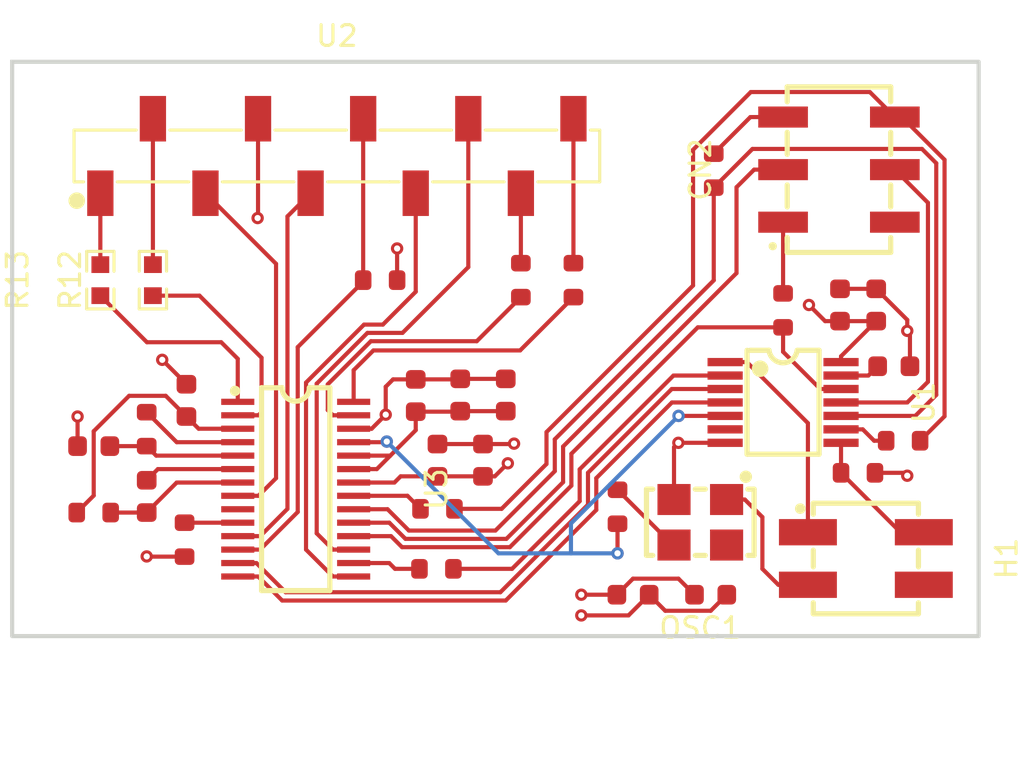
<source format=kicad_pcb>
(kicad_pcb (version 20241229) (generator "pcbnew") (generator_version "9.0")
  (layers (0 "F.Cu" signal) (4 "In1.Cu" signal) (6 "In2.Cu" signal) (2 "B.Cu" signal) (13 "F.Paste" user) (15 "B.Paste" user) (5 "F.SilkS" user "F.Silkscreen") (7 "B.SilkS" user "B.Silkscreen") (1 "F.Mask" user) (3 "B.Mask" user) (25 "Edge.Cuts" user))
  (net 0 "")
  (net 1 "Net-(U1-VREG)")
  (net 2 "/GND")
  (net 3 "Net-(U3-PGAIN)")
  (net 4 "Net-(U3-COMPIN)")
  (net 5 "Net-(U3-LNAOUT)")
  (net 6 "Net-(U3-PGAOUT)")
  (net 7 "Net-(U3-RREF)")
  (net 9 "Net-(U3-TX2)")
  (net 10 "Net-(U3-TX1)")
  (net 11 "Net-(U3-RX2)")
  (net 12 "Net-(U3-RX1)")
  (net 14 "/3.3V")
  (net 15 "/ERRB_TDC1000")
  (net 16 "/ENABLE_TDC1000")
  (net 17 "/RESET_TDC1000")
  (net 18 "/RTD1")
  (net 19 "/INTB_TDC7200")
  (net 20 "/ENABLE_TDC7200")
  (net 21 "/START")
  (net 22 "/STOP")
  (net 23 "/TRIGGER")
  (net 24 "/CLOCK")
  (net 25 "/CHSEL_TDC7200")
  (net 26 "/MISO")
  (net 27 "/MOSI")
  (net 28 "/SCLK")
  (net 29 "/CHSEL_TDC1000")
  (net 30 "Net-(U1-DOUT)")
  (net 31 "Net-(U3-SDO)")
  (net 32 "Net-(U1-TRIGG)")
  (net 33 "Net-(U3-VCOM)")
  (net 34 "Net-(OSC1-OUT)")
  (net 35 "/CSB_TDC1000")
  (net 36 "Net-(CN2-Pad1)")
  (net 37 "Net-(CN2-Pad3)")
  (net 39 "/EN_OSC")
  (net 40 "/TX2")
  (net 41 "/TX1")
  (net 42 "/RX1")
  (net 43 "/RX2")
  (footprint "PCM_JLCPCB:R_0603" (layer "F.Cu") (at 174.37 85.11)
    (property "Reference" "R10" (hide yes))
    (property "Value" "10kΩ")
    (pad "1" smd roundrect (at -0.82 0) (size 0.8 0.95) (layers "F.Cu" "F.Mask" "F.Paste") (net 19 "/INTB_TDC7200"))
    (pad "2" smd roundrect (at 0.82 0) (size 0.8 0.95) (layers "F.Cu" "F.Mask" "F.Paste") (net 14 "/3.3V"))
  )
  (footprint "PCM_JLCPCB:R_0603" (layer "F.Cu") (at 141.83 88.34 -90)
    (property "Reference" "R4" (hide yes))
    (property "Value" "510Ω")
    (pad "1" smd roundrect (at -0.82 0 270) (size 0.8 0.95) (layers "F.Cu" "F.Mask" "F.Paste") (net 7 "Net-(U3-RREF)"))
    (pad "2" smd roundrect (at 0.82 0 270) (size 0.8 0.95) (layers "F.Cu" "F.Mask" "F.Paste") (net 2 "/GND"))
  )
  (footprint "easyeda2kicad:HDR-SMD_10P-P2.54-V-M-LS4.8_R2" (layer "F.Cu") (at 149.19 69.8)
    (property "Reference" "U2" (at 0 -5.8 0) (layer "F.SilkS"))
    (property "Value" "X6511WVS-10H-C60D48R2")
    (fp_line (start -12.7 -1.25) (end -12.7 1.25) (stroke (width 0.15)) (layer "F.SilkS"))
    (fp_line (start -12.7 1.25) (end -12.24 1.25) (stroke (width 0.15)) (layer "F.SilkS"))
    (fp_line (start -10.61 1.25) (end -7.16 1.25) (stroke (width 0.15)) (layer "F.SilkS"))
    (fp_line (start -9.7 -1.25) (end -12.7 -1.25) (stroke (width 0.15)) (layer "F.SilkS"))
    (fp_line (start -5.53 1.25) (end -2.08 1.25) (stroke (width 0.15)) (layer "F.SilkS"))
    (fp_line (start -4.62 -1.25) (end -8.07 -1.25) (stroke (width 0.15)) (layer "F.SilkS"))
    (fp_line (start -0.45 1.25) (end 2.54 1.25) (stroke (width 0.15)) (layer "F.SilkS"))
    (fp_line (start 0.46 -1.25) (end -2.99 -1.25) (stroke (width 0.15)) (layer "F.SilkS"))
    (fp_line (start 2.54 1.25) (end 3 1.25) (stroke (width 0.15)) (layer "F.SilkS"))
    (fp_line (start 4.63 1.25) (end 8.08 1.25) (stroke (width 0.15)) (layer "F.SilkS"))
    (fp_line (start 5.54 -1.25) (end 2.09 -1.25) (stroke (width 0.15)) (layer "F.SilkS"))
    (fp_line (start 9.71 1.25) (end 12.7 1.25) (stroke (width 0.15)) (layer "F.SilkS"))
    (fp_line (start 10.62 -1.25) (end 7.17 -1.25) (stroke (width 0.15)) (layer "F.SilkS"))
    (fp_line (start 12.7 -1.25) (end 12.25 -1.25) (stroke (width 0.15)) (layer "F.SilkS"))
    (fp_line (start 12.7 -1.25) (end 12.7 1.25) (stroke (width 0.15)) (layer "F.SilkS"))
    (fp_circle (center -12.57 2.16) (end -12.37 2.16) (stroke (width 0.4)) (fill no) (layer "F.SilkS"))
    (pad "1" smd rect (at -11.43 1.8 180) (size 1.27 2.2) (layers "F.Cu" "F.Mask" "F.Paste") (net 42 "/RX1"))
    (pad "2" smd rect (at -8.89 -1.8 180) (size 1.27 2.2) (layers "F.Cu" "F.Mask" "F.Paste") (net 43 "/RX2"))
    (pad "3" smd rect (at -6.35 1.8 180) (size 1.27 2.2) (layers "F.Cu" "F.Mask" "F.Paste") (net 18 "/RTD1"))
    (pad "4" smd rect (at -3.81 -1.8 180) (size 1.27 2.2) (layers "F.Cu" "F.Mask" "F.Paste") (net 2 "/GND"))
    (pad "5" smd rect (at -1.27 1.8 180) (size 1.27 2.2) (layers "F.Cu" "F.Mask" "F.Paste") (net 29 "/CHSEL_TDC1000"))
    (pad "6" smd rect (at 1.27 -1.8 180) (size 1.27 2.2) (layers "F.Cu" "F.Mask" "F.Paste") (net 15 "/ERRB_TDC1000"))
    (pad "7" smd rect (at 3.81 1.8 180) (size 1.27 2.2) (layers "F.Cu" "F.Mask" "F.Paste") (net 16 "/ENABLE_TDC1000"))
    (pad "8" smd rect (at 6.35 -1.8 180) (size 1.27 2.2) (layers "F.Cu" "F.Mask" "F.Paste") (net 17 "/RESET_TDC1000"))
    (pad "9" smd rect (at 8.89 1.8 180) (size 1.27 2.2) (layers "F.Cu" "F.Mask" "F.Paste") (net 40 "/TX2"))
    (pad "10" smd rect (at 11.43 -1.8 180) (size 1.27 2.2) (layers "F.Cu" "F.Mask" "F.Paste") (net 41 "/TX1"))
  )
  (footprint "PCM_JLCPCB:C_0603" (layer "F.Cu") (at 163.5 91)
    (property "Reference" "C10" (hide yes))
    (property "Value" "10nF")
    (pad "1" smd roundrect (at -0.78 0) (size 0.9 0.95) (layers "F.Cu" "F.Mask" "F.Paste") (net 2 "/GND"))
    (pad "2" smd roundrect (at 0.78 0) (size 0.9 0.95) (layers "F.Cu" "F.Mask" "F.Paste") (net 14 "/3.3V"))
  )
  (footprint "PCM_JLCPCB:R_0603" (layer "F.Cu") (at 158.08 75.8 -90)
    (property "Reference" "R2" (hide yes))
    (property "Value" "10Ω")
    (pad "1" smd roundrect (at -0.82 0 270) (size 0.8 0.95) (layers "F.Cu" "F.Mask" "F.Paste") (net 40 "/TX2"))
    (pad "2" smd roundrect (at 0.82 0 270) (size 0.8 0.95) (layers "F.Cu" "F.Mask" "F.Paste") (net 9 "Net-(U3-TX2)"))
  )
  (footprint "PCM_JLCPCB:R_0603" (layer "F.Cu") (at 167.4 70.51 90)
    (property "Reference" "R6" (hide yes))
    (property "Value" "33Ω")
    (pad "1" smd roundrect (at -0.82 0 90) (size 0.8 0.95) (layers "F.Cu" "F.Mask" "F.Paste") (net 27 "/MOSI"))
    (pad "2" smd roundrect (at 0.82 0 90) (size 0.8 0.95) (layers "F.Cu" "F.Mask" "F.Paste") (net 37 "Net-(CN2-Pad3)"))
  )
  (footprint "PCM_JLCPCB:R_0603" (layer "F.Cu") (at 160.62 75.8 -90)
    (property "Reference" "R16" (hide yes))
    (property "Value" "10Ω")
    (pad "1" smd roundrect (at -0.82 0 270) (size 0.8 0.95) (layers "F.Cu" "F.Mask" "F.Paste") (net 41 "/TX1"))
    (pad "2" smd roundrect (at 0.82 0 270) (size 0.8 0.95) (layers "F.Cu" "F.Mask" "F.Paste") (net 10 "Net-(U3-TX1)"))
  )
  (footprint "easyeda2kicad:HDR-SMD_6P-P2.54-V-F-R2-C3-LS7.0" (layer "F.Cu") (at 173.45 70.46 90)
    (property "Reference" "CN2" (at 0 -6.7 90) (layer "F.SilkS"))
    (property "Value" "PM254-2-03-S-8.5")
    (fp_line (start 4 -2.5) (end 3.28 -2.5) (stroke (width 0.25)) (layer "F.SilkS"))
    (fp_line (start 1.8 -2.5) (end 0.74 -2.5) (stroke (width 0.25)) (layer "F.SilkS"))
    (fp_line (start -0.74 -2.5) (end -1.8 -2.5) (stroke (width 0.25)) (layer "F.SilkS"))
    (fp_line (start -3.28 -2.5) (end -3.5 -2.5) (stroke (width 0.25)) (layer "F.SilkS"))
    (fp_line (start -3.3 -2.5) (end -4 -2.5) (stroke (width 0.25)) (layer "F.SilkS"))
    (fp_line (start -4 -2.5) (end -4 2.5) (stroke (width 0.25)) (layer "F.SilkS"))
    (fp_line (start 4 2.5) (end 4 -2.5) (stroke (width 0.25)) (layer "F.SilkS"))
    (fp_line (start 3.28 2.5) (end 4 2.5) (stroke (width 0.25)) (layer "F.SilkS"))
    (fp_line (start 0.74 2.5) (end 1.8 2.5) (stroke (width 0.25)) (layer "F.SilkS"))
    (fp_line (start -1.8 2.5) (end -0.74 2.5) (stroke (width 0.25)) (layer "F.SilkS"))
    (fp_line (start -4 2.5) (end -3.28 2.5) (stroke (width 0.25)) (layer "F.SilkS"))
    (fp_circle (center -3.7 -3.2) (end -3.6 -3.2) (stroke (width 0.2)) (fill no) (layer "F.SilkS"))
    (pad "1" smd rect (at -2.54 -2.7 90) (size 1.02 2.4) (layers "F.Cu" "F.Mask" "F.Paste") (net 36 "Net-(CN2-Pad1)"))
    (pad "2" smd rect (at 0 -2.7 90) (size 1.02 2.4) (layers "F.Cu" "F.Mask" "F.Paste") (net 35 "/CSB_TDC1000"))
    (pad "3" smd rect (at 2.54 -2.7 90) (size 1.02 2.4) (layers "F.Cu" "F.Mask" "F.Paste") (net 37 "Net-(CN2-Pad3)"))
    (pad "4" smd rect (at 2.54 2.7 90) (size 1.02 2.4) (layers "F.Cu" "F.Mask" "F.Paste") (net 26 "/MISO"))
    (pad "5" smd rect (at 0 2.7 90) (size 1.02 2.4) (layers "F.Cu" "F.Mask" "F.Paste") (net 25 "/CHSEL_TDC7200"))
    (pad "6" smd rect (at -2.54 2.7 90) (size 1.02 2.4) (layers "F.Cu" "F.Mask" "F.Paste"))
  )
  (footprint "easyeda2kicad:R0603" (layer "F.Cu") (at 137.76 75.8 90)
    (property "Reference" "R13" (at 0 -4 90) (layer "F.SilkS"))
    (property "Value" "0603WAF9100T5E")
    (fp_line (start 1.39 -0.66) (end 0.43 -0.66) (stroke (width 0.15)) (layer "F.SilkS"))
    (fp_line (start -1.39 -0.66) (end -0.43 -0.66) (stroke (width 0.15)) (layer "F.SilkS"))
    (fp_line (start 1.39 0.66) (end 1.39 -0.66) (stroke (width 0.15)) (layer "F.SilkS"))
    (fp_line (start 0.43 0.66) (end 1.39 0.66) (stroke (width 0.15)) (layer "F.SilkS"))
    (fp_line (start -0.43 0.66) (end -1.39 0.66) (stroke (width 0.15)) (layer "F.SilkS"))
    (fp_line (start -1.39 0.66) (end -1.39 -0.66) (stroke (width 0.15)) (layer "F.SilkS"))
    (pad "1" smd rect (at -0.75 0 90) (size 0.81 0.86) (layers "F.Cu" "F.Mask" "F.Paste") (net 12 "Net-(U3-RX1)"))
    (pad "2" smd rect (at 0.75 0 90) (size 0.81 0.86) (layers "F.Cu" "F.Mask" "F.Paste") (net 42 "/RX1"))
  )
  (footprint "easyeda2kicad:R0603" (layer "F.Cu") (at 140.3 75.8 90)
    (property "Reference" "R12" (at 0 -4 90) (layer "F.SilkS"))
    (property "Value" "0603WAF9100T5E")
    (fp_line (start 1.39 -0.66) (end 0.43 -0.66) (stroke (width 0.15)) (layer "F.SilkS"))
    (fp_line (start -1.39 -0.66) (end -0.43 -0.66) (stroke (width 0.15)) (layer "F.SilkS"))
    (fp_line (start 1.39 0.66) (end 1.39 -0.66) (stroke (width 0.15)) (layer "F.SilkS"))
    (fp_line (start 0.43 0.66) (end 1.39 0.66) (stroke (width 0.15)) (layer "F.SilkS"))
    (fp_line (start -0.43 0.66) (end -1.39 0.66) (stroke (width 0.15)) (layer "F.SilkS"))
    (fp_line (start -1.39 0.66) (end -1.39 -0.66) (stroke (width 0.15)) (layer "F.SilkS"))
    (pad "1" smd rect (at -0.75 0 90) (size 0.81 0.86) (layers "F.Cu" "F.Mask" "F.Paste") (net 11 "Net-(U3-RX2)"))
    (pad "2" smd rect (at 0.75 0 90) (size 0.81 0.86) (layers "F.Cu" "F.Mask" "F.Paste") (net 43 "/RX2"))
  )
  (footprint "PCM_JLCPCB:R_0603" (layer "F.Cu") (at 137.44 87.03)
    (property "Reference" "R15" (hide yes))
    (property "Value" "5.1kΩ")
    (pad "1" smd roundrect (at -0.82 0) (size 0.8 0.95) (layers "F.Cu" "F.Mask" "F.Paste") (net 33 "Net-(U3-VCOM)"))
    (pad "2" smd roundrect (at 0.82 0) (size 0.8 0.95) (layers "F.Cu" "F.Mask" "F.Paste") (net 4 "Net-(U3-COMPIN)"))
  )
  (footprint "PCM_JLCPCB:R_0603" (layer "F.Cu") (at 170.75 77.26 90)
    (property "Reference" "R7" (hide yes))
    (property "Value" "33Ω")
    (pad "1" smd roundrect (at -0.82 0 90) (size 0.8 0.95) (layers "F.Cu" "F.Mask" "F.Paste") (net 28 "/SCLK"))
    (pad "2" smd roundrect (at 0.82 0 90) (size 0.8 0.95) (layers "F.Cu" "F.Mask" "F.Paste") (net 36 "Net-(CN2-Pad1)"))
  )
  (footprint "PCM_JLCPCB:C_0603" (layer "F.Cu") (at 153 81.375 -90)
    (property "Reference" "C8" (hide yes))
    (property "Value" "10uF")
    (pad "1" smd roundrect (at -0.78 0 270) (size 0.9 0.95) (layers "F.Cu" "F.Mask" "F.Paste") (net 2 "/GND"))
    (pad "2" smd roundrect (at 0.78 0 270) (size 0.9 0.95) (layers "F.Cu" "F.Mask" "F.Paste") (net 14 "/3.3V"))
  )
  (footprint "PCM_JLCPCB:R_0603" (layer "F.Cu") (at 140 83 -90)
    (property "Reference" "R3" (hide yes))
    (property "Value" "1.1kΩ")
    (pad "1" smd roundrect (at -0.82 0 270) (size 0.8 0.95) (layers "F.Cu" "F.Mask" "F.Paste") (net 5 "Net-(U3-LNAOUT)"))
    (pad "2" smd roundrect (at 0.82 0 270) (size 0.8 0.95) (layers "F.Cu" "F.Mask" "F.Paste") (net 3 "Net-(U3-PGAIN)"))
  )
  (footprint "PCM_JLCPCB:C_0603" (layer "F.Cu") (at 175.25 77 -90)
    (property "Reference" "C11" (hide yes))
    (property "Value" "100nF")
    (pad "1" smd roundrect (at -0.78 0 270) (size 0.9 0.95) (layers "F.Cu" "F.Mask" "F.Paste") (net 2 "/GND"))
    (pad "2" smd roundrect (at 0.78 0 270) (size 0.9 0.95) (layers "F.Cu" "F.Mask" "F.Paste") (net 14 "/3.3V"))
  )
  (footprint "PCM_JLCPCB:C_0603" (layer "F.Cu") (at 154.05 84.5 -90)
    (property "Reference" "C1" (hide yes))
    (property "Value" "100nF")
    (pad "1" smd roundrect (at -0.78 0 270) (size 0.9 0.95) (layers "F.Cu" "F.Mask" "F.Paste") (net 2 "/GND"))
    (pad "2" smd roundrect (at 0.78 0 270) (size 0.9 0.95) (layers "F.Cu" "F.Mask" "F.Paste") (net 14 "/3.3V"))
  )
  (footprint "PCM_JLCPCB:R_0603" (layer "F.Cu") (at 154.05 86.85 180)
    (property "Reference" "R5" (hide yes))
    (property "Value" "33Ω")
    (pad "1" smd roundrect (at -0.82 0 180) (size 0.8 0.95) (layers "F.Cu" "F.Mask" "F.Paste") (net 26 "/MISO"))
    (pad "2" smd roundrect (at 0.82 0 180) (size 0.8 0.95) (layers "F.Cu" "F.Mask" "F.Paste") (net 31 "Net-(U3-SDO)"))
  )
  (footprint "PCM_JLCPCB:R_0603" (layer "F.Cu") (at 151.28 75.8)
    (property "Reference" "R14" (hide yes))
    (property "Value" "10kΩ")
    (pad "1" smd roundrect (at -0.82 0) (size 0.8 0.95) (layers "F.Cu" "F.Mask" "F.Paste") (net 15 "/ERRB_TDC1000"))
    (pad "2" smd roundrect (at 0.82 0) (size 0.8 0.95) (layers "F.Cu" "F.Mask" "F.Paste") (net 14 "/3.3V"))
  )
  (footprint "easyeda2kicad:TSSOP-28_L9.8-W6.6-P0.65-BL" (layer "F.Cu") (at 147.2 85.9 -90)
    (property "Reference" "U3" (at 0 -6.8 90) (layer "F.SilkS"))
    (property "Value" "TDC1000PWR")
    (fp_line (start -4.9 1.65) (end 4.9 1.65) (stroke (width 0.25)) (layer "F.SilkS"))
    (fp_line (start -4.9 1.65) (end -4.9 0.66) (stroke (width 0.25)) (layer "F.SilkS"))
    (fp_line (start -4.9 -1.65) (end -4.9 -0.66) (stroke (width 0.25)) (layer "F.SilkS"))
    (fp_line (start -4.9 -1.65) (end 4.9 -1.65) (stroke (width 0.25)) (layer "F.SilkS"))
    (fp_line (start 4.9 -1.65) (end 4.9 1.65) (stroke (width 0.25)) (layer "F.SilkS"))
    (fp_arc (start -4.75 2.93) (mid -4.75 2.93) (end -4.75 2.93) (stroke (width 0.25)) (layer "F.SilkS"))
    (fp_arc (start -4.91 -0.66) (mid -4.25 0) (end -4.91 0.66) (stroke (width 0.25)) (layer "F.SilkS"))
    (pad "1" smd rect (at -4.22 2.8) (size 1.6 0.3) (layers "F.Cu" "F.Mask" "F.Paste") (net 12 "Net-(U3-RX1)"))
    (pad "2" smd rect (at -3.57 2.8) (size 1.6 0.3) (layers "F.Cu" "F.Mask" "F.Paste") (net 11 "Net-(U3-RX2)"))
    (pad "3" smd rect (at -2.92 2.8) (size 1.6 0.3) (layers "F.Cu" "F.Mask" "F.Paste") (net 33 "Net-(U3-VCOM)"))
    (pad "4" smd rect (at -2.27 2.8) (size 1.6 0.3) (layers "F.Cu" "F.Mask" "F.Paste") (net 5 "Net-(U3-LNAOUT)"))
    (pad "5" smd rect (at -1.62 2.8) (size 1.6 0.3) (layers "F.Cu" "F.Mask" "F.Paste") (net 3 "Net-(U3-PGAIN)"))
    (pad "6" smd rect (at -0.97 2.8) (size 1.6 0.3) (layers "F.Cu" "F.Mask" "F.Paste") (net 6 "Net-(U3-PGAOUT)"))
    (pad "7" smd rect (at -0.32 2.8) (size 1.6 0.3) (layers "F.Cu" "F.Mask" "F.Paste") (net 4 "Net-(U3-COMPIN)"))
    (pad "8" smd rect (at 0.32 2.8) (size 1.6 0.3) (layers "F.Cu" "F.Mask" "F.Paste") (net 18 "/RTD1"))
    (pad "9" smd rect (at 0.97 2.8) (size 1.6 0.3) (layers "F.Cu" "F.Mask" "F.Paste"))
    (pad "10" smd rect (at 1.62 2.8) (size 1.6 0.3) (layers "F.Cu" "F.Mask" "F.Paste") (net 7 "Net-(U3-RREF)"))
    (pad "11" smd rect (at 2.27 2.8) (size 1.6 0.3) (layers "F.Cu" "F.Mask" "F.Paste") (net 29 "/CHSEL_TDC1000"))
    (pad "12" smd rect (at 2.92 2.8) (size 1.6 0.3) (layers "F.Cu" "F.Mask" "F.Paste") (net 15 "/ERRB_TDC1000"))
    (pad "13" smd rect (at 3.57 2.8) (size 1.6 0.3) (layers "F.Cu" "F.Mask" "F.Paste") (net 21 "/START"))
    (pad "14" smd rect (at 4.22 2.8) (size 1.6 0.3) (layers "F.Cu" "F.Mask" "F.Paste") (net 22 "/STOP"))
    (pad "15" smd rect (at 4.22 -2.8) (size 1.6 0.3) (layers "F.Cu" "F.Mask" "F.Paste") (net 16 "/ENABLE_TDC1000"))
    (pad "16" smd rect (at 3.57 -2.8) (size 1.6 0.3) (layers "F.Cu" "F.Mask" "F.Paste") (net 23 "/TRIGGER"))
    (pad "17" smd rect (at 2.92 -2.8) (size 1.6 0.3) (layers "F.Cu" "F.Mask" "F.Paste") (net 17 "/RESET_TDC1000"))
    (pad "18" smd rect (at 2.27 -2.8) (size 1.6 0.3) (layers "F.Cu" "F.Mask" "F.Paste") (net 28 "/SCLK"))
    (pad "19" smd rect (at 1.62 -2.8) (size 1.6 0.3) (layers "F.Cu" "F.Mask" "F.Paste") (net 35 "/CSB_TDC1000"))
    (pad "20" smd rect (at 0.97 -2.8) (size 1.6 0.3) (layers "F.Cu" "F.Mask" "F.Paste") (net 27 "/MOSI"))
    (pad "21" smd rect (at 0.32 -2.8) (size 1.6 0.3) (layers "F.Cu" "F.Mask" "F.Paste") (net 31 "Net-(U3-SDO)"))
    (pad "22" smd rect (at -0.32 -2.8) (size 1.6 0.3) (layers "F.Cu" "F.Mask" "F.Paste") (net 14 "/3.3V"))
    (pad "23" smd rect (at -0.97 -2.8) (size 1.6 0.3) (layers "F.Cu" "F.Mask" "F.Paste") (net 14 "/3.3V"))
    (pad "24" smd rect (at -1.62 -2.8) (size 1.6 0.3) (layers "F.Cu" "F.Mask" "F.Paste") (net 14 "/3.3V"))
    (pad "25" smd rect (at -2.27 -2.8) (size 1.6 0.3) (layers "F.Cu" "F.Mask" "F.Paste") (net 24 "/CLOCK"))
    (pad "26" smd rect (at -2.92 -2.8) (size 1.6 0.3) (layers "F.Cu" "F.Mask" "F.Paste") (net 2 "/GND"))
    (pad "27" smd rect (at -3.57 -2.8) (size 1.6 0.3) (layers "F.Cu" "F.Mask" "F.Paste") (net 9 "Net-(U3-TX2)"))
    (pad "28" smd rect (at -4.22 -2.8) (size 1.6 0.3) (layers "F.Cu" "F.Mask" "F.Paste") (net 10 "Net-(U3-TX1)"))
  )
  (footprint "PCM_JLCPCB:C_0603" (layer "F.Cu") (at 157.35 81.35 -90)
    (property "Reference" "C2" (hide yes))
    (property "Value" "10nF")
    (pad "1" smd roundrect (at -0.78 0 270) (size 0.9 0.95) (layers "F.Cu" "F.Mask" "F.Paste") (net 2 "/GND"))
    (pad "2" smd roundrect (at 0.78 0 270) (size 0.9 0.95) (layers "F.Cu" "F.Mask" "F.Paste") (net 14 "/3.3V"))
  )
  (footprint "PCM_JLCPCB:R_0603" (layer "F.Cu") (at 176.55 83.56)
    (property "Reference" "R1" (hide yes))
    (property "Value" "33Ω")
    (pad "1" smd roundrect (at -0.82 0) (size 0.8 0.95) (layers "F.Cu" "F.Mask" "F.Paste") (net 30 "Net-(U1-DOUT)"))
    (pad "2" smd roundrect (at 0.82 0) (size 0.8 0.95) (layers "F.Cu" "F.Mask" "F.Paste") (net 26 "/MISO"))
  )
  (footprint "easyeda2kicad:HDR-SMD_4P-P2.54-V-M-R2-C5-S7.4" (layer "F.Cu") (at 174.75 89.25 -90)
    (property "Reference" "H1" (at 0 -6.8 90) (layer "F.SilkS"))
    (property "Value" "X6521WVS-2*02H-C60D74")
    (fp_line (start -2.67 2.54) (end -2.14 2.54) (stroke (width 0.25)) (layer "F.SilkS"))
    (fp_line (start -0.4 2.54) (end 0.4 2.54) (stroke (width 0.25)) (layer "F.SilkS"))
    (fp_line (start 2.67 2.54) (end 2.14 2.54) (stroke (width 0.25)) (layer "F.SilkS"))
    (fp_line (start -2.67 -2.54) (end -2.67 2.54) (stroke (width 0.25)) (layer "F.SilkS"))
    (fp_line (start -2.67 -2.54) (end -2.14 -2.54) (stroke (width 0.25)) (layer "F.SilkS"))
    (fp_line (start -0.4 -2.54) (end 0.4 -2.54) (stroke (width 0.25)) (layer "F.SilkS"))
    (fp_line (start 2.14 -2.54) (end 2.67 -2.54) (stroke (width 0.25)) (layer "F.SilkS"))
    (fp_line (start 2.67 -2.54) (end 2.67 2.54) (stroke (width 0.25)) (layer "F.SilkS"))
    (fp_circle (center -2.41 3.17) (end -2.28 3.17) (stroke (width 0.25)) (fill no) (layer "F.SilkS"))
    (pad "1" smd rect (at -1.27 2.8 270) (size 1.27 2.8) (layers "F.Cu" "F.Mask" "F.Paste") (net 20 "/ENABLE_TDC7200"))
    (pad "2" smd rect (at -1.27 -2.8 270) (size 1.27 2.8) (layers "F.Cu" "F.Mask" "F.Paste") (net 19 "/INTB_TDC7200"))
    (pad "3" smd rect (at 1.27 2.8 270) (size 1.27 2.8) (layers "F.Cu" "F.Mask" "F.Paste") (net 39 "/EN_OSC"))
    (pad "4" smd rect (at 1.27 -2.8 270) (size 1.27 2.8) (layers "F.Cu" "F.Mask" "F.Paste"))
  )
  (footprint "PCM_JLCPCB:R_0603" (layer "F.Cu") (at 162.75 86.75 -90)
    (property "Reference" "R17" (hide yes))
    (property "Value" "33Ω")
    (pad "1" smd roundrect (at -0.82 0 270) (size 0.8 0.95) (layers "F.Cu" "F.Mask" "F.Paste") (net 34 "Net-(OSC1-OUT)"))
    (pad "2" smd roundrect (at 0.82 0 270) (size 0.8 0.95) (layers "F.Cu" "F.Mask" "F.Paste") (net 24 "/CLOCK"))
  )
  (footprint "easyeda2kicad:OSC-SMD_4P-L5.0-W3.2-BL_7CZ-XXXXX" (layer "F.Cu") (at 166.75 87.5 180)
    (property "Reference" "OSC1" (at 0 -5.1 0) (layer "F.SilkS"))
    (property "Value" "OT1EL89CJI-111YLC-16M")
    (fp_line (start 2.6 1.6) (end 2.3 1.6) (stroke (width 0.25)) (layer "F.SilkS"))
    (fp_line (start 2.6 -1.6) (end 2.6 1.6) (stroke (width 0.25)) (layer "F.SilkS"))
    (fp_line (start 2.3 -1.6) (end 2.6 -1.6) (stroke (width 0.25)) (layer "F.SilkS"))
    (fp_line (start 0.24 1.6) (end -0.24 1.6) (stroke (width 0.25)) (layer "F.SilkS"))
    (fp_line (start -0.24 -1.6) (end 0.24 -1.6) (stroke (width 0.25)) (layer "F.SilkS"))
    (fp_line (start -2.3 1.6) (end -2.6 1.6) (stroke (width 0.25)) (layer "F.SilkS"))
    (fp_line (start -2.6 1.6) (end -2.6 -1.6) (stroke (width 0.25)) (layer "F.SilkS"))
    (fp_line (start -2.6 -1.6) (end -2.3 -1.6) (stroke (width 0.25)) (layer "F.SilkS"))
    (fp_arc (start -2.2 2.2) (mid -2.2 2.2) (end -2.2 2.2) (stroke (width 0.3)) (layer "F.SilkS"))
    (pad "1" smd rect (at -1.27 1.1 180) (size 1.6 1.5) (layers "F.Cu" "F.Mask" "F.Paste") (net 39 "/EN_OSC"))
    (pad "2" smd rect (at 1.27 1.1 180) (size 1.6 1.5) (layers "F.Cu" "F.Mask" "F.Paste") (net 2 "/GND"))
    (pad "3" smd rect (at 1.27 -1.1 180) (size 1.6 1.5) (layers "F.Cu" "F.Mask" "F.Paste") (net 34 "Net-(OSC1-OUT)"))
    (pad "4" smd rect (at -1.27 -1.1 180) (size 1.6 1.5) (layers "F.Cu" "F.Mask" "F.Paste") (net 14 "/3.3V"))
  )
  (footprint "PCM_JLCPCB:C_0603" (layer "F.Cu") (at 137.44 83.82 180)
    (property "Reference" "C3" (hide yes))
    (property "Value" "2.7nF")
    (pad "1" smd roundrect (at -0.78 0 180) (size 0.9 0.95) (layers "F.Cu" "F.Mask" "F.Paste") (net 3 "Net-(U3-PGAIN)"))
    (pad "2" smd roundrect (at 0.78 0 180) (size 0.9 0.95) (layers "F.Cu" "F.Mask" "F.Paste") (net 2 "/GND"))
  )
  (footprint "PCM_JLCPCB:R_0603" (layer "F.Cu") (at 154 89.75)
    (property "Reference" "R11" (hide yes))
    (property "Value" "33Ω")
    (pad "1" smd roundrect (at -0.82 0) (size 0.8 0.95) (layers "F.Cu" "F.Mask" "F.Paste") (net 23 "/TRIGGER"))
    (pad "2" smd roundrect (at 0.82 0) (size 0.8 0.95) (layers "F.Cu" "F.Mask" "F.Paste") (net 32 "Net-(U1-TRIGG)"))
  )
  (footprint "PCM_JLCPCB:C_0603" (layer "F.Cu") (at 176.1 79.96)
    (property "Reference" "C6" (hide yes))
    (property "Value" "1uF")
    (pad "1" smd roundrect (at -0.78 0) (size 0.9 0.95) (layers "F.Cu" "F.Mask" "F.Paste") (net 1 "Net-(U1-VREG)"))
    (pad "2" smd roundrect (at 0.78 0) (size 0.9 0.95) (layers "F.Cu" "F.Mask" "F.Paste") (net 2 "/GND"))
  )
  (footprint "PCM_JLCPCB:C_0603" (layer "F.Cu") (at 167.25 91)
    (property "Reference" "C12" (hide yes))
    (property "Value" "100nF")
    (pad "1" smd roundrect (at -0.78 0) (size 0.9 0.95) (layers "F.Cu" "F.Mask" "F.Paste") (net 2 "/GND"))
    (pad "2" smd roundrect (at 0.78 0) (size 0.9 0.95) (layers "F.Cu" "F.Mask" "F.Paste") (net 14 "/3.3V"))
  )
  (footprint "PCM_JLCPCB:C_0603" (layer "F.Cu") (at 173.5 77 -90)
    (property "Reference" "C13" (hide yes))
    (property "Value" "10nF")
    (pad "1" smd roundrect (at -0.78 0 270) (size 0.9 0.95) (layers "F.Cu" "F.Mask" "F.Paste") (net 2 "/GND"))
    (pad "2" smd roundrect (at 0.78 0 270) (size 0.9 0.95) (layers "F.Cu" "F.Mask" "F.Paste") (net 14 "/3.3V"))
  )
  (footprint "easyeda2kicad:TSSOP-14_L5.0-W4.4-P0.65-LS6.4-BL" (layer "F.Cu") (at 170.75 81.71 -90)
    (property "Reference" "U1" (at 0 -6.8 90) (layer "F.SilkS"))
    (property "Value" "TDC7200PWR")
    (fp_line (start -2.52 1.74) (end 2.5 1.74) (stroke (width 0.25)) (layer "F.SilkS"))
    (fp_line (start -2.52 1.6) (end -2.52 0.68) (stroke (width 0.25)) (layer "F.SilkS"))
    (fp_line (start -2.52 -0.69) (end -2.52 -1.74) (stroke (width 0.25)) (layer "F.SilkS"))
    (fp_line (start -2.52 -1.74) (end 2.5 -1.74) (stroke (width 0.25)) (layer "F.SilkS"))
    (fp_line (start 2.5 -1.74) (end 2.5 1.74) (stroke (width 0.25)) (layer "F.SilkS"))
    (fp_arc (start -2.515488 -0.679454) (mid -1.915314 0.002272) (end -2.52 0.68) (stroke (width 0.25)) (layer "F.SilkS"))
    (fp_circle (center -1.63 1.11) (end -1.43 1.11) (stroke (width 0.4)) (fill no) (layer "F.SilkS"))
    (pad "1" smd rect (at -1.95 2.8 270) (size 0.4 1.7) (layers "F.Cu" "F.Mask" "F.Paste") (net 20 "/ENABLE_TDC7200"))
    (pad "2" smd rect (at -1.3 2.8 270) (size 0.4 1.7) (layers "F.Cu" "F.Mask" "F.Paste") (net 32 "Net-(U1-TRIGG)"))
    (pad "3" smd rect (at -0.65 2.8 270) (size 0.4 1.7) (layers "F.Cu" "F.Mask" "F.Paste") (net 21 "/START"))
    (pad "4" smd rect (at 0 2.8 270) (size 0.4 1.7) (layers "F.Cu" "F.Mask" "F.Paste") (net 22 "/STOP"))
    (pad "5" smd rect (at 0.65 2.8 270) (size 0.4 1.7) (layers "F.Cu" "F.Mask" "F.Paste") (net 24 "/CLOCK"))
    (pad "6" smd rect (at 1.3 2.8 270) (size 0.4 1.7) (layers "F.Cu" "F.Mask" "F.Paste"))
    (pad "7" smd rect (at 1.95 2.8 270) (size 0.4 1.7) (layers "F.Cu" "F.Mask" "F.Paste") (net 2 "/GND"))
    (pad "8" smd rect (at 1.95 -2.8 270) (size 0.4 1.7) (layers "F.Cu" "F.Mask" "F.Paste") (net 19 "/INTB_TDC7200"))
    (pad "9" smd rect (at 1.3 -2.8 270) (size 0.4 1.7) (layers "F.Cu" "F.Mask" "F.Paste") (net 30 "Net-(U1-DOUT)"))
    (pad "10" smd rect (at 0.65 -2.8 270) (size 0.4 1.7) (layers "F.Cu" "F.Mask" "F.Paste") (net 27 "/MOSI"))
    (pad "11" smd rect (at 0 -2.8 270) (size 0.4 1.7) (layers "F.Cu" "F.Mask" "F.Paste") (net 25 "/CHSEL_TDC7200"))
    (pad "12" smd rect (at -0.65 -2.8 270) (size 0.4 1.7) (layers "F.Cu" "F.Mask" "F.Paste") (net 28 "/SCLK"))
    (pad "13" smd rect (at -1.3 -2.8 270) (size 0.4 1.7) (layers "F.Cu" "F.Mask" "F.Paste") (net 1 "Net-(U1-VREG)"))
    (pad "14" smd rect (at -1.95 -2.8 270) (size 0.4 1.7) (layers "F.Cu" "F.Mask" "F.Paste") (net 14 "/3.3V"))
  )
  (footprint "PCM_JLCPCB:C_0603" (layer "F.Cu") (at 141.92 81.61 -90)
    (property "Reference" "C5" (hide yes))
    (property "Value" "10nF")
    (pad "1" smd roundrect (at -0.78 0 270) (size 0.9 0.95) (layers "F.Cu" "F.Mask" "F.Paste") (net 2 "/GND"))
    (pad "2" smd roundrect (at 0.78 0 270) (size 0.9 0.95) (layers "F.Cu" "F.Mask" "F.Paste") (net 33 "Net-(U3-VCOM)"))
  )
  (footprint "PCM_JLCPCB:C_0603" (layer "F.Cu") (at 140 86.25 -90)
    (property "Reference" "C4" (hide yes))
    (property "Value" "1.5nF")
    (pad "1" smd roundrect (at -0.78 0 270) (size 0.9 0.95) (layers "F.Cu" "F.Mask" "F.Paste") (net 6 "Net-(U3-PGAOUT)"))
    (pad "2" smd roundrect (at 0.78 0 270) (size 0.9 0.95) (layers "F.Cu" "F.Mask" "F.Paste") (net 4 "Net-(U3-COMPIN)"))
  )
  (footprint "PCM_JLCPCB:C_0603" (layer "F.Cu") (at 156.25 84.5 -90)
    (property "Reference" "C9" (hide yes))
    (property "Value" "10nF")
    (pad "1" smd roundrect (at -0.78 0 270) (size 0.9 0.95) (layers "F.Cu" "F.Mask" "F.Paste") (net 2 "/GND"))
    (pad "2" smd roundrect (at 0.78 0 270) (size 0.9 0.95) (layers "F.Cu" "F.Mask" "F.Paste") (net 14 "/3.3V"))
  )
  (footprint "PCM_JLCPCB:C_0603" (layer "F.Cu") (at 155.15 81.35 -90)
    (property "Reference" "C7" (hide yes))
    (property "Value" "100nF")
    (pad "1" smd roundrect (at -0.78 0 270) (size 0.9 0.95) (layers "F.Cu" "F.Mask" "F.Paste") (net 2 "/GND"))
    (pad "2" smd roundrect (at 0.78 0 270) (size 0.9 0.95) (layers "F.Cu" "F.Mask" "F.Paste") (net 14 "/3.3V"))
  )
  (gr_rect (start 133.5 65.25) (end 180.2 93) (stroke (width 0.2)) (fill no) (layer "Edge.Cuts"))
  (segment (start 174.87 80.41) (end 175.32 79.96) (width 0.2) (layer "F.Cu") (net 1))
  (segment (start 173.55 80.41) (end 174.87 80.41) (width 0.2) (layer "F.Cu") (net 1))
  (segment (start 141.92 80.82) (end 140.75 79.65) (width 0.2) (layer "F.Cu") (net 2))
  (segment (start 176.88 79.96) (end 176.88 78.38) (width 0.2) (layer "F.Cu") (net 2))
  (segment (start 140.01 89.16) (end 140 89.15) (width 0.2) (layer "F.Cu") (net 2))
  (segment (start 162.72 91) (end 161 91) (width 0.2) (layer "F.Cu") (net 2))
  (segment (start 156.25 83.72) (end 154.05 83.72) (width 0.2) (layer "F.Cu") (net 2))
  (segment (start 141.83 89.16) (end 140.01 89.16) (width 0.2) (layer "F.Cu") (net 2))
  (segment (start 145.38 72.78) (end 145.36 72.8) (width 0.2) (layer "F.Cu") (net 2))
  (segment (start 163.496 90.224) (end 162.72 91) (width 0.2) (layer "F.Cu") (net 2))
  (segment (start 136.66 83.82) (end 136.66 82.39) (width 0.2) (layer "F.Cu") (net 2))
  (segment (start 153 80.595) (end 155.125 80.595) (width 0.2) (layer "F.Cu") (net 2))
  (segment (start 176.88 78.38) (end 176.75 78.25) (width 0.2) (layer "F.Cu") (net 2))
  (segment (start 175.25 76.22) (end 176.75 77.72) (width 0.2) (layer "F.Cu") (net 2))
  (segment (start 157.35 80.57) (end 155.15 80.57) (width 0.2) (layer "F.Cu") (net 2))
  (segment (start 153.025 80.57) (end 153 80.595) (width 0.2) (layer "F.Cu") (net 2))
  (segment (start 165.69 83.66) (end 165.73 83.7) (width 0.2) (layer "F.Cu") (net 2))
  (segment (start 176.75 77.72) (end 176.75 78.25) (width 0.2) (layer "F.Cu") (net 2))
  (segment (start 155.125 80.595) (end 155.15 80.57) (width 0.2) (layer "F.Cu") (net 2))
  (segment (start 151.905 80.595) (end 151.55 80.95) (width 0.2) (layer "F.Cu") (net 2))
  (segment (start 165.694 90.224) (end 163.496 90.224) (width 0.2) (layer "F.Cu") (net 2))
  (segment (start 141.92 80.83) (end 141.92 80.82) (width 0.2) (layer "F.Cu") (net 2))
  (segment (start 153 80.595) (end 151.905 80.595) (width 0.2) (layer "F.Cu") (net 2))
  (segment (start 150.87 82.98) (end 150 82.98) (width 0.2) (layer "F.Cu") (net 2))
  (segment (start 165.48 86.4) (end 165.48 83.87) (width 0.2) (layer "F.Cu") (net 2))
  (segment (start 165.48 83.87) (end 165.69 83.66) (width 0.2) (layer "F.Cu") (net 2))
  (segment (start 151.55 82.3) (end 150.87 82.98) (width 0.2) (layer "F.Cu") (net 2))
  (segment (start 156.25 83.72) (end 157.73 83.72) (width 0.2) (layer "F.Cu") (net 2))
  (segment (start 173.5 76.22) (end 175.25 76.22) (width 0.2) (layer "F.Cu") (net 2))
  (segment (start 157.73 83.72) (end 157.75 83.7) (width 0.2) (layer "F.Cu") (net 2))
  (segment (start 166.47 91) (end 165.694 90.224) (width 0.2) (layer "F.Cu") (net 2))
  (segment (start 145.38 68) (end 145.38 72.78) (width 0.2) (layer "F.Cu") (net 2))
  (segment (start 151.55 80.95) (end 151.55 82.3) (width 0.2) (layer "F.Cu") (net 2))
  (segment (start 167.95 83.66) (end 165.69 83.66) (width 0.2) (layer "F.Cu") (net 2))
  (via blind (at 176.75 78.25) (size 0.6) (drill 0.3) (layers "F.Cu" "In1.Cu") (net 2))
  (via blind (at 151.55 82.3) (size 0.6) (drill 0.3) (layers "F.Cu" "In1.Cu") (net 2))
  (via blind (at 165.69 83.66) (size 0.6) (drill 0.3) (layers "F.Cu" "In1.Cu") (net 2))
  (via blind (at 161 91) (size 0.6) (drill 0.3) (layers "F.Cu" "In1.Cu") (net 2))
  (via blind (at 140.75 79.65) (size 0.6) (drill 0.3) (layers "F.Cu" "In1.Cu") (net 2))
  (via blind (at 140 89.15) (size 0.6) (drill 0.3) (layers "F.Cu" "In1.Cu") (net 2))
  (via blind (at 145.36 72.8) (size 0.6) (drill 0.3) (layers "F.Cu" "In1.Cu") (net 2))
  (via blind (at 136.66 82.39) (size 0.6) (drill 0.3) (layers "F.Cu" "In1.Cu") (net 2))
  (via blind (at 157.75 83.7) (size 0.6) (drill 0.3) (layers "F.Cu" "In1.Cu") (net 2))
  (segment (start 144.4 84.28) (end 140.46 84.28) (width 0.2) (layer "F.Cu") (net 3))
  (segment (start 140 83.82) (end 138.22 83.82) (width 0.2) (layer "F.Cu") (net 3))
  (segment (start 140.46 84.28) (end 140 83.82) (width 0.2) (layer "F.Cu") (net 3))
  (segment (start 141.45 85.58) (end 144.4 85.58) (width 0.2) (layer "F.Cu") (net 4))
  (segment (start 138.26 87.03) (end 140 87.03) (width 0.2) (layer "F.Cu") (net 4))
  (segment (start 140 87.03) (end 141.45 85.58) (width 0.2) (layer "F.Cu") (net 4))
  (segment (start 144.4 83.63) (end 141.45 83.63) (width 0.2) (layer "F.Cu") (net 5))
  (segment (start 141.45 83.63) (end 140 82.18) (width 0.2) (layer "F.Cu") (net 5))
  (segment (start 140.54 84.93) (end 140 85.47) (width 0.2) (layer "F.Cu") (net 6))
  (segment (start 144.4 84.93) (end 140.54 84.93) (width 0.2) (layer "F.Cu") (net 6))
  (segment (start 141.83 87.52) (end 144.4 87.52) (width 0.2) (layer "F.Cu") (net 7))
  (segment (start 150 82.33) (end 149 82.33) (width 0.2) (layer "F.Cu") (net 9))
  (segment (start 148.75 82.08) (end 148.75 80.8329) (width 0.2) (layer "F.Cu") (net 9))
  (segment (start 150.8329 78.75) (end 155.95 78.75) (width 0.2) (layer "F.Cu") (net 9))
  (segment (start 148.75 80.8329) (end 150.8329 78.75) (width 0.2) (layer "F.Cu") (net 9))
  (segment (start 155.95 78.75) (end 158.08 76.62) (width 0.2) (layer "F.Cu") (net 9))
  (segment (start 149 82.33) (end 148.75 82.08) (width 0.2) (layer "F.Cu") (net 9))
  (segment (start 150 80.15) (end 150.953 79.197) (width 0.2) (layer "F.Cu") (net 10))
  (segment (start 158.043 79.197) (end 160.62 76.62) (width 0.2) (layer "F.Cu") (net 10))
  (segment (start 150 81.68) (end 150 80.15) (width 0.2) (layer "F.Cu") (net 10))
  (segment (start 150.953 79.197) (end 158.043 79.197) (width 0.2) (layer "F.Cu") (net 10))
  (segment (start 144.4 82.33) (end 145.4 82.33) (width 0.2) (layer "F.Cu") (net 11))
  (segment (start 145.55 82.18) (end 145.55 79.55) (width 0.2) (layer "F.Cu") (net 11))
  (segment (start 145.4 82.33) (end 145.55 82.18) (width 0.2) (layer "F.Cu") (net 11))
  (segment (start 142.55 76.55) (end 145.55 79.55) (width 0.2) (layer "F.Cu") (net 11))
  (segment (start 140.3 76.55) (end 142.55 76.55) (width 0.2) (layer "F.Cu") (net 11))
  (segment (start 144.4 81.68) (end 144.4 79.6) (width 0.2) (layer "F.Cu") (net 12))
  (segment (start 140.01 78.8) (end 137.76 76.55) (width 0.2) (layer "F.Cu") (net 12))
  (segment (start 144.4 79.6) (end 143.6 78.8) (width 0.2) (layer "F.Cu") (net 12))
  (segment (start 143.6 78.8) (end 140.01 78.8) (width 0.2) (layer "F.Cu") (net 12))
  (segment (start 163.28 92) (end 161 92) (width 0.2) (layer "F.Cu") (net 14))
  (segment (start 165.056 91.776) (end 164.28 91) (width 0.2) (layer "F.Cu") (net 14))
  (segment (start 153 83.049943) (end 153 82.155) (width 0.2) (layer "F.Cu") (net 14))
  (segment (start 164.28 91) (end 163.28 92) (width 0.2) (layer "F.Cu") (net 14))
  (segment (start 152.1 75.8) (end 152.1 74.27) (width 0.2) (layer "F.Cu") (net 14))
  (segment (start 150 85.58) (end 151.97 85.58) (width 0.2) (layer "F.Cu") (net 14))
  (segment (start 172.78 77.78) (end 172 77) (width 0.2) (layer "F.Cu") (net 14))
  (segment (start 154.05 85.28) (end 156.25 85.28) (width 0.2) (layer "F.Cu") (net 14))
  (segment (start 173.55 79.48) (end 175.25 77.78) (width 0.2) (layer "F.Cu") (net 14))
  (segment (start 167.254 91.776) (end 165.056 91.776) (width 0.2) (layer "F.Cu") (net 14))
  (segment (start 151.769943 84.28) (end 153 83.049943) (width 0.2) (layer "F.Cu") (net 14))
  (segment (start 175.25 77.78) (end 173.5 77.78) (width 0.2) (layer "F.Cu") (net 14))
  (segment (start 150 84.28) (end 151.769943 84.28) (width 0.2) (layer "F.Cu") (net 14))
  (segment (start 153 82.155) (end 155.125 82.155) (width 0.2) (layer "F.Cu") (net 14))
  (segment (start 156.25 85.28) (end 156.82 85.28) (width 0.2) (layer "F.Cu") (net 14))
  (segment (start 156.82 85.28) (end 157.45 84.65) (width 0.2) (layer "F.Cu") (net 14))
  (segment (start 168.03 91) (end 167.254 91.776) (width 0.2) (layer "F.Cu") (net 14))
  (segment (start 151.119943 84.93) (end 151.769943 84.28) (width 0.2) (layer "F.Cu") (net 14))
  (segment (start 155.15 82.13) (end 157.35 82.13) (width 0.2) (layer "F.Cu") (net 14))
  (segment (start 176.61 85.11) (end 176.75 85.25) (width 0.2) (layer "F.Cu") (net 14))
  (segment (start 175.19 85.11) (end 176.61 85.11) (width 0.2) (layer "F.Cu") (net 14))
  (segment (start 150 84.93) (end 151.119943 84.93) (width 0.2) (layer "F.Cu") (net 14))
  (segment (start 173.5 77.78) (end 172.78 77.78) (width 0.2) (layer "F.Cu") (net 14))
  (segment (start 152.27 85.28) (end 154.05 85.28) (width 0.2) (layer "F.Cu") (net 14))
  (segment (start 155.125 82.155) (end 155.15 82.13) (width 0.2) (layer "F.Cu") (net 14))
  (segment (start 173.55 79.76) (end 173.55 79.48) (width 0.2) (layer "F.Cu") (net 14))
  (segment (start 151.97 85.58) (end 152.27 85.28) (width 0.2) (layer "F.Cu") (net 14))
  (via blind (at 152.1 74.27) (size 0.6) (drill 0.3) (layers "F.Cu" "In2.Cu") (net 14))
  (via blind (at 176.75 85.25) (size 0.6) (drill 0.3) (layers "F.Cu" "In2.Cu") (net 14))
  (via blind (at 157.45 84.65) (size 0.6) (drill 0.3) (layers "F.Cu" "In2.Cu") (net 14))
  (via blind (at 161 92) (size 0.6) (drill 0.3) (layers "F.Cu" "In2.Cu") (net 14))
  (via blind (at 172 77) (size 0.6) (drill 0.3) (layers "F.Cu" "In2.Cu") (net 14))
  (segment (start 150.46 68) (end 150.46 75.8) (width 0.2) (layer "F.Cu") (net 15))
  (segment (start 147.298 87.002) (end 145.48 88.82) (width 0.2) (layer "F.Cu") (net 15))
  (segment (start 147.298 79.0349) (end 147.298 87.002) (width 0.2) (layer "F.Cu") (net 15))
  (segment (start 147.298 79.0349) (end 150.46 75.8729) (width 0.2) (layer "F.Cu") (net 15))
  (segment (start 145.48 88.82) (end 144.4 88.82) (width 0.2) (layer "F.Cu") (net 15))
  (segment (start 150.46 75.8729) (end 150.46 75.8) (width 0.2) (layer "F.Cu") (net 15))
  (segment (start 150 90.12) (end 149 90.12) (width 0.2) (layer "F.Cu") (net 16))
  (segment (start 153 76.36) (end 153 71.6) (width 0.2) (layer "F.Cu") (net 16))
  (segment (start 151.412 77.948) (end 153 76.36) (width 0.2) (layer "F.Cu") (net 16))
  (segment (start 147.699 80.7497) (end 150.5007 77.948) (width 0.2) (layer "F.Cu") (net 16))
  (segment (start 147.699 88.819) (end 147.699 80.7497) (width 0.2) (layer "F.Cu") (net 16))
  (segment (start 149 90.12) (end 147.699 88.819) (width 0.2) (layer "F.Cu") (net 16))
  (segment (start 150.5007 77.948) (end 151.412 77.948) (width 0.2) (layer "F.Cu") (net 16))
  (segment (start 150.6668 78.349) (end 152.361 78.349) (width 0.2) (layer "F.Cu") (net 17))
  (segment (start 149 88.82) (end 148.215 88.035) (width 0.2) (layer "F.Cu") (net 17))
  (segment (start 148.215 80.8008) (end 150.6668 78.349) (width 0.2) (layer "F.Cu") (net 17))
  (segment (start 152.361 78.349) (end 155.54 75.17) (width 0.2) (layer "F.Cu") (net 17))
  (segment (start 150 88.82) (end 149 88.82) (width 0.2) (layer "F.Cu") (net 17))
  (segment (start 155.54 75.17) (end 155.54 68) (width 0.2) (layer "F.Cu") (net 17))
  (segment (start 148.215 88.035) (end 148.215 80.8008) (width 0.2) (layer "F.Cu") (net 17))
  (segment (start 146.25 75.01) (end 142.84 71.6) (width 0.2) (layer "F.Cu") (net 18))
  (segment (start 146.25 85.37) (end 146.25 75.01) (width 0.2) (layer "F.Cu") (net 18))
  (segment (start 145.4 86.22) (end 146.25 85.37) (width 0.2) (layer "F.Cu") (net 18))
  (segment (start 144.4 86.22) (end 145.4 86.22) (width 0.2) (layer "F.Cu") (net 18))
  (segment (start 176.42 87.98) (end 177.55 87.98) (width 0.2) (layer "F.Cu") (net 19))
  (segment (start 173.55 85.11) (end 176.42 87.98) (width 0.2) (layer "F.Cu") (net 19))
  (segment (start 173.55 83.66) (end 173.55 85.11) (width 0.2) (layer "F.Cu") (net 19))
  (segment (start 167.95 79.76) (end 169 79.76) (width 0.2) (layer "F.Cu") (net 20))
  (segment (start 171.95 82.71) (end 171.95 87.98) (width 0.2) (layer "F.Cu") (net 20))
  (segment (start 169 79.76) (end 171.95 82.71) (width 0.2) (layer "F.Cu") (net 20))
  (segment (start 145.302 89.47) (end 144.4 89.47) (width 0.2) (layer "F.Cu") (net 21))
  (segment (start 167.95 81.06) (end 165.37 81.06) (width 0.2) (layer "F.Cu") (net 21))
  (segment (start 161.323 86.647) (end 161.323 85.107) (width 0.2) (layer "F.Cu") (net 21))
  (segment (start 161.323 85.107) (end 165.37 81.06) (width 0.2) (layer "F.Cu") (net 21))
  (segment (start 157.09 90.88) (end 161.323 86.647) (width 0.2) (layer "F.Cu") (net 21))
  (segment (start 146.712 90.88) (end 145.302 89.47) (width 0.2) (layer "F.Cu") (net 21))
  (segment (start 157.09 90.88) (end 146.712 90.88) (width 0.2) (layer "F.Cu") (net 21))
  (segment (start 145.3849 90.12) (end 144.4 90.12) (width 0.2) (layer "F.Cu") (net 22))
  (segment (start 161.724 85.366) (end 165.38 81.71) (width 0.2) (layer "F.Cu") (net 22))
  (segment (start 167.95 81.71) (end 165.38 81.71) (width 0.2) (layer "F.Cu") (net 22))
  (segment (start 146.5459 91.281) (end 145.3849 90.12) (width 0.2) (layer "F.Cu") (net 22))
  (segment (start 157.349 91.281) (end 161.724 86.906) (width 0.2) (layer "F.Cu") (net 22))
  (segment (start 157.349 91.281) (end 146.5459 91.281) (width 0.2) (layer "F.Cu") (net 22))
  (segment (start 161.724 86.906) (end 161.724 85.366) (width 0.2) (layer "F.Cu") (net 22))
  (segment (start 153.18 89.75) (end 152 89.75) (width 0.2) (layer "F.Cu") (net 23))
  (segment (start 152 89.75) (end 151.72 89.47) (width 0.2) (layer "F.Cu") (net 23))
  (segment (start 151.72 89.47) (end 150 89.47) (width 0.2) (layer "F.Cu") (net 23))
  (segment (start 162.75 87.57) (end 162.75 89) (width 0.2) (layer "F.Cu") (net 24))
  (segment (start 167.95 82.36) (end 165.7 82.36) (width 0.2) (layer "F.Cu") (net 24))
  (segment (start 151.57 83.63) (end 151.6 83.6) (width 0.2) (layer "F.Cu") (net 24))
  (segment (start 150 83.63) (end 151.57 83.63) (width 0.2) (layer "F.Cu") (net 24))
  (via (at 162.75 89) (size 0.6) (drill 0.3) (layers "F.Cu" "B.Cu") (net 24))
  (via (at 151.6 83.6) (size 0.6) (drill 0.3) (layers "F.Cu" "B.Cu") (net 24))
  (via (at 165.7 82.36) (size 0.6) (drill 0.3) (layers "F.Cu" "B.Cu") (net 24))
  (segment (start 160.5 89) (end 157 89) (width 0.2) (layer "B.Cu") (net 24))
  (segment (start 160.5 89) (end 160.5 87.56) (width 0.2) (layer "B.Cu") (net 24))
  (segment (start 157 89) (end 151.6 83.6) (width 0.2) (layer "B.Cu") (net 24))
  (segment (start 160.5 87.56) (end 165.7 82.36) (width 0.2) (layer "B.Cu") (net 24))
  (segment (start 162.75 89) (end 160.5 89) (width 0.2) (layer "B.Cu") (net 24))
  (segment (start 176.75 81.71) (end 177.75 80.71) (width 0.2) (layer "F.Cu") (net 25))
  (segment (start 173.55 81.71) (end 176.75 81.71) (width 0.2) (layer "F.Cu") (net 25))
  (segment (start 177.75 80.71) (end 177.75 72.06) (width 0.2) (layer "F.Cu") (net 25))
  (segment (start 177.75 72.06) (end 176.15 70.46) (width 0.2) (layer "F.Cu") (net 25))
  (segment (start 159.318 84.682) (end 159.318 83.142) (width 0.2) (layer "F.Cu") (net 26))
  (segment (start 177.37 83.56) (end 178.552 82.378) (width 0.2) (layer "F.Cu") (net 26))
  (segment (start 157.15 86.85) (end 159.318 84.682) (width 0.2) (layer "F.Cu") (net 26))
  (segment (start 159.318 83.142) (end 166.4 76.06) (width 0.2) (layer "F.Cu") (net 26))
  (segment (start 169.190936 66.71) (end 174.94 66.71) (width 0.2) (layer "F.Cu") (net 26))
  (segment (start 176.4891 67.92) (end 176.15 67.92) (width 0.2) (layer "F.Cu") (net 26))
  (segment (start 178.552 82.378) (end 178.552 69.9829) (width 0.2) (layer "F.Cu") (net 26))
  (segment (start 178.552 69.9829) (end 176.4891 67.92) (width 0.2) (layer "F.Cu") (net 26))
  (segment (start 166.4 69.500936) (end 169.190936 66.71) (width 0.2) (layer "F.Cu") (net 26))
  (segment (start 154.87 86.85) (end 157.15 86.85) (width 0.2) (layer "F.Cu") (net 26))
  (segment (start 174.94 66.71) (end 176.15 67.92) (width 0.2) (layer "F.Cu") (net 26))
  (segment (start 166.4 76.06) (end 166.4 69.500936) (width 0.2) (layer "F.Cu") (net 26))
  (segment (start 152.669064 87.9) (end 156.85 87.9) (width 0.2) (layer "F.Cu") (net 27))
  (segment (start 178.151 70.149) (end 177.462 69.46) (width 0.2) (layer "F.Cu") (net 27))
  (segment (start 173.55 82.36) (end 177.13931 82.36) (width 0.2) (layer "F.Cu") (net 27))
  (segment (start 177.462 69.46) (end 169.27 69.46) (width 0.2) (layer "F.Cu") (net 27))
  (segment (start 159.719 83.491) (end 167.4 75.81) (width 0.2) (layer "F.Cu") (net 27))
  (segment (start 178.151 81.34831) (end 178.151 70.149) (width 0.2) (layer "F.Cu") (net 27))
  (segment (start 150 86.87) (end 151.639064 86.87) (width 0.2) (layer "F.Cu") (net 27))
  (segment (start 167.4 75.81) (end 167.4 71.33) (width 0.2) (layer "F.Cu") (net 27))
  (segment (start 169.27 69.46) (end 167.4 71.33) (width 0.2) (layer "F.Cu") (net 27))
  (segment (start 159.719 85.031) (end 159.719 83.491) (width 0.2) (layer "F.Cu") (net 27))
  (segment (start 156.85 87.9) (end 159.719 85.031) (width 0.2) (layer "F.Cu") (net 27))
  (segment (start 177.13931 82.36) (end 178.151 81.34831) (width 0.2) (layer "F.Cu") (net 27))
  (segment (start 151.639064 86.87) (end 152.669064 87.9) (width 0.2) (layer "F.Cu") (net 27))
  (segment (start 170.75 79.262) (end 172.548 81.06) (width 0.2) (layer "F.Cu") (net 28))
  (segment (start 151.804864 88.17) (end 152.336864 88.702) (width 0.2) (layer "F.Cu") (net 28))
  (segment (start 160.521 84.189) (end 166.63 78.08) (width 0.2) (layer "F.Cu") (net 28))
  (segment (start 152.336864 88.702) (end 157.548 88.702) (width 0.2) (layer "F.Cu") (net 28))
  (segment (start 166.63 78.08) (end 170.75 78.08) (width 0.2) (layer "F.Cu") (net 28))
  (segment (start 170.75 78.08) (end 170.75 79.262) (width 0.2) (layer "F.Cu") (net 28))
  (segment (start 150 88.17) (end 151.804864 88.17) (width 0.2) (layer "F.Cu") (net 28))
  (segment (start 160.521 85.729) (end 160.521 84.189) (width 0.2) (layer "F.Cu") (net 28))
  (segment (start 172.548 81.06) (end 173.55 81.06) (width 0.2) (layer "F.Cu") (net 28))
  (segment (start 157.548 88.702) (end 160.521 85.729) (width 0.2) (layer "F.Cu") (net 28))
  (segment (start 146.80145 72.71855) (end 147.92 71.6) (width 0.2) (layer "F.Cu") (net 29))
  (segment (start 144.4 88.17) (end 145.4829 88.17) (width 0.2) (layer "F.Cu") (net 29))
  (segment (start 146.80145 86.85145) (end 146.80145 72.71855) (width 0.2) (layer "F.Cu") (net 29))
  (segment (start 145.4829 88.17) (end 146.80145 86.85145) (width 0.2) (layer "F.Cu") (net 29))
  (segment (start 174.6 83.01) (end 175.15 83.56) (width 0.2) (layer "F.Cu") (net 30))
  (segment (start 173.55 83.01) (end 174.6 83.01) (width 0.2) (layer "F.Cu") (net 30))
  (segment (start 175.15 83.56) (end 175.73 83.56) (width 0.2) (layer "F.Cu") (net 30))
  (segment (start 153.23 86.85) (end 152.6 86.22) (width 0.2) (layer "F.Cu") (net 31))
  (segment (start 152.6 86.22) (end 150 86.22) (width 0.2) (layer "F.Cu") (net 31))
  (segment (start 154.82 89.75) (end 157.6529 89.75) (width 0.2) (layer "F.Cu") (net 32))
  (segment (start 157.6529 89.75) (end 160.922 86.4809) (width 0.2) (layer "F.Cu") (net 32))
  (segment (start 160.922 86.4809) (end 160.922 84.9409) (width 0.2) (layer "F.Cu") (net 32))
  (segment (start 160.922 84.9409) (end 165.4529 80.41) (width 0.2) (layer "F.Cu") (net 32))
  (segment (start 165.4529 80.41) (end 167.95 80.41) (width 0.2) (layer "F.Cu") (net 32))
  (segment (start 142.51 82.98) (end 141.92 82.39) (width 0.2) (layer "F.Cu") (net 33))
  (segment (start 139.15 81.39) (end 137.44 83.1) (width 0.2) (layer "F.Cu") (net 33))
  (segment (start 137.44 83.1) (end 137.44 86.21) (width 0.2) (layer "F.Cu") (net 33))
  (segment (start 141.92 82.39) (end 140.92 81.39) (width 0.2) (layer "F.Cu") (net 33))
  (segment (start 144.4 82.98) (end 142.51 82.98) (width 0.2) (layer "F.Cu") (net 33))
  (segment (start 140.92 81.39) (end 139.15 81.39) (width 0.2) (layer "F.Cu") (net 33))
  (segment (start 137.44 86.21) (end 136.62 87.03) (width 0.2) (layer "F.Cu") (net 33))
  (segment (start 165.48 88.6) (end 165.42 88.6) (width 0.2) (layer "F.Cu") (net 34))
  (segment (start 165.42 88.6) (end 162.75 85.93) (width 0.2) (layer "F.Cu") (net 34))
  (segment (start 168.5 75.46) (end 168.5 71.31) (width 0.2) (layer "F.Cu") (net 35))
  (segment (start 168.5 71.31) (end 169.35 70.46) (width 0.2) (layer "F.Cu") (net 35))
  (segment (start 152.502964 88.301) (end 157.3819 88.301) (width 0.2) (layer "F.Cu") (net 35))
  (segment (start 151.721964 87.52) (end 152.502964 88.301) (width 0.2) (layer "F.Cu") (net 35))
  (segment (start 160.12 85.5629) (end 160.12 83.84) (width 0.2) (layer "F.Cu") (net 35))
  (segment (start 160.12 83.84) (end 168.5 75.46) (width 0.2) (layer "F.Cu") (net 35))
  (segment (start 150 87.52) (end 151.721964 87.52) (width 0.2) (layer "F.Cu") (net 35))
  (segment (start 169.35 70.46) (end 170.75 70.46) (width 0.2) (layer "F.Cu") (net 35))
  (segment (start 157.3819 88.301) (end 160.12 85.5629) (width 0.2) (layer "F.Cu") (net 35))
  (segment (start 170.75 73) (end 170.75 76.44) (width 0.2) (layer "F.Cu") (net 36))
  (segment (start 169.17 67.92) (end 167.4 69.69) (width 0.2) (layer "F.Cu") (net 37))
  (segment (start 170.75 67.92) (end 169.17 67.92) (width 0.2) (layer "F.Cu") (net 37))
  (segment (start 169.75 87.25) (end 169.75 89.75) (width 0.2) (layer "F.Cu") (net 39))
  (segment (start 169.75 89.75) (end 170.52 90.52) (width 0.2) (layer "F.Cu") (net 39))
  (segment (start 170.52 90.52) (end 171.95 90.52) (width 0.2) (layer "F.Cu") (net 39))
  (segment (start 168.02 86.4) (end 168.9 86.4) (width 0.2) (layer "F.Cu") (net 39))
  (segment (start 168.9 86.4) (end 169.75 87.25) (width 0.2) (layer "F.Cu") (net 39))
  (segment (start 158.08 71.6) (end 158.08 74.98) (width 0.2) (layer "F.Cu") (net 40))
  (segment (start 160.62 68) (end 160.62 74.98) (width 0.2) (layer "F.Cu") (net 41))
  (segment (start 137.76 71.6) (end 137.76 75.05) (width 0.2) (layer "F.Cu") (net 42))
  (segment (start 140.3 68) (end 140.3 75.05) (width 0.2) (layer "F.Cu") (net 43))
)
</source>
